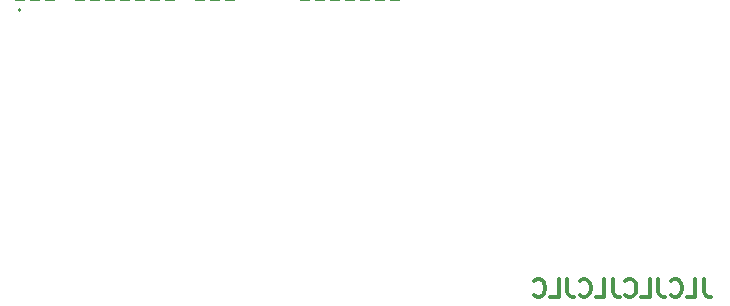
<source format=gbo>
%TF.GenerationSoftware,KiCad,Pcbnew,7.0.8*%
%TF.CreationDate,2023-10-16T22:13:19+02:00*%
%TF.ProjectId,sata_caddy,73617461-5f63-4616-9464-792e6b696361,rev?*%
%TF.SameCoordinates,Original*%
%TF.FileFunction,Legend,Bot*%
%TF.FilePolarity,Positive*%
%FSLAX46Y46*%
G04 Gerber Fmt 4.6, Leading zero omitted, Abs format (unit mm)*
G04 Created by KiCad (PCBNEW 7.0.8) date 2023-10-16 22:13:19*
%MOMM*%
%LPD*%
G01*
G04 APERTURE LIST*
G04 Aperture macros list*
%AMRoundRect*
0 Rectangle with rounded corners*
0 $1 Rounding radius*
0 $2 $3 $4 $5 $6 $7 $8 $9 X,Y pos of 4 corners*
0 Add a 4 corners polygon primitive as box body*
4,1,4,$2,$3,$4,$5,$6,$7,$8,$9,$2,$3,0*
0 Add four circle primitives for the rounded corners*
1,1,$1+$1,$2,$3*
1,1,$1+$1,$4,$5*
1,1,$1+$1,$6,$7*
1,1,$1+$1,$8,$9*
0 Add four rect primitives between the rounded corners*
20,1,$1+$1,$2,$3,$4,$5,0*
20,1,$1+$1,$4,$5,$6,$7,0*
20,1,$1+$1,$6,$7,$8,$9,0*
20,1,$1+$1,$8,$9,$2,$3,0*%
G04 Aperture macros list end*
%ADD10C,0.300000*%
%ADD11C,0.200000*%
%ADD12C,1.400000*%
%ADD13O,1.400000X1.400000*%
%ADD14R,1.700000X1.700000*%
%ADD15O,1.700000X1.700000*%
%ADD16R,1.050000X1.500000*%
%ADD17O,1.050000X1.500000*%
%ADD18R,1.600000X1.600000*%
%ADD19O,1.600000X1.600000*%
%ADD20C,1.152400*%
%ADD21O,1.697400X3.242400*%
%ADD22C,1.630000*%
%ADD23RoundRect,0.076200X-0.450000X-1.200000X0.450000X-1.200000X0.450000X1.200000X-0.450000X1.200000X0*%
G04 APERTURE END LIST*
D10*
X79416917Y-60000828D02*
X79416917Y-61072257D01*
X79416917Y-61072257D02*
X79488346Y-61286542D01*
X79488346Y-61286542D02*
X79631203Y-61429400D01*
X79631203Y-61429400D02*
X79845489Y-61500828D01*
X79845489Y-61500828D02*
X79988346Y-61500828D01*
X77988346Y-61500828D02*
X78702632Y-61500828D01*
X78702632Y-61500828D02*
X78702632Y-60000828D01*
X76631203Y-61357971D02*
X76702631Y-61429400D01*
X76702631Y-61429400D02*
X76916917Y-61500828D01*
X76916917Y-61500828D02*
X77059774Y-61500828D01*
X77059774Y-61500828D02*
X77274060Y-61429400D01*
X77274060Y-61429400D02*
X77416917Y-61286542D01*
X77416917Y-61286542D02*
X77488346Y-61143685D01*
X77488346Y-61143685D02*
X77559774Y-60857971D01*
X77559774Y-60857971D02*
X77559774Y-60643685D01*
X77559774Y-60643685D02*
X77488346Y-60357971D01*
X77488346Y-60357971D02*
X77416917Y-60215114D01*
X77416917Y-60215114D02*
X77274060Y-60072257D01*
X77274060Y-60072257D02*
X77059774Y-60000828D01*
X77059774Y-60000828D02*
X76916917Y-60000828D01*
X76916917Y-60000828D02*
X76702631Y-60072257D01*
X76702631Y-60072257D02*
X76631203Y-60143685D01*
X75559774Y-60000828D02*
X75559774Y-61072257D01*
X75559774Y-61072257D02*
X75631203Y-61286542D01*
X75631203Y-61286542D02*
X75774060Y-61429400D01*
X75774060Y-61429400D02*
X75988346Y-61500828D01*
X75988346Y-61500828D02*
X76131203Y-61500828D01*
X74131203Y-61500828D02*
X74845489Y-61500828D01*
X74845489Y-61500828D02*
X74845489Y-60000828D01*
X72774060Y-61357971D02*
X72845488Y-61429400D01*
X72845488Y-61429400D02*
X73059774Y-61500828D01*
X73059774Y-61500828D02*
X73202631Y-61500828D01*
X73202631Y-61500828D02*
X73416917Y-61429400D01*
X73416917Y-61429400D02*
X73559774Y-61286542D01*
X73559774Y-61286542D02*
X73631203Y-61143685D01*
X73631203Y-61143685D02*
X73702631Y-60857971D01*
X73702631Y-60857971D02*
X73702631Y-60643685D01*
X73702631Y-60643685D02*
X73631203Y-60357971D01*
X73631203Y-60357971D02*
X73559774Y-60215114D01*
X73559774Y-60215114D02*
X73416917Y-60072257D01*
X73416917Y-60072257D02*
X73202631Y-60000828D01*
X73202631Y-60000828D02*
X73059774Y-60000828D01*
X73059774Y-60000828D02*
X72845488Y-60072257D01*
X72845488Y-60072257D02*
X72774060Y-60143685D01*
X71702631Y-60000828D02*
X71702631Y-61072257D01*
X71702631Y-61072257D02*
X71774060Y-61286542D01*
X71774060Y-61286542D02*
X71916917Y-61429400D01*
X71916917Y-61429400D02*
X72131203Y-61500828D01*
X72131203Y-61500828D02*
X72274060Y-61500828D01*
X70274060Y-61500828D02*
X70988346Y-61500828D01*
X70988346Y-61500828D02*
X70988346Y-60000828D01*
X68916917Y-61357971D02*
X68988345Y-61429400D01*
X68988345Y-61429400D02*
X69202631Y-61500828D01*
X69202631Y-61500828D02*
X69345488Y-61500828D01*
X69345488Y-61500828D02*
X69559774Y-61429400D01*
X69559774Y-61429400D02*
X69702631Y-61286542D01*
X69702631Y-61286542D02*
X69774060Y-61143685D01*
X69774060Y-61143685D02*
X69845488Y-60857971D01*
X69845488Y-60857971D02*
X69845488Y-60643685D01*
X69845488Y-60643685D02*
X69774060Y-60357971D01*
X69774060Y-60357971D02*
X69702631Y-60215114D01*
X69702631Y-60215114D02*
X69559774Y-60072257D01*
X69559774Y-60072257D02*
X69345488Y-60000828D01*
X69345488Y-60000828D02*
X69202631Y-60000828D01*
X69202631Y-60000828D02*
X68988345Y-60072257D01*
X68988345Y-60072257D02*
X68916917Y-60143685D01*
X67845488Y-60000828D02*
X67845488Y-61072257D01*
X67845488Y-61072257D02*
X67916917Y-61286542D01*
X67916917Y-61286542D02*
X68059774Y-61429400D01*
X68059774Y-61429400D02*
X68274060Y-61500828D01*
X68274060Y-61500828D02*
X68416917Y-61500828D01*
X66416917Y-61500828D02*
X67131203Y-61500828D01*
X67131203Y-61500828D02*
X67131203Y-60000828D01*
X65059774Y-61357971D02*
X65131202Y-61429400D01*
X65131202Y-61429400D02*
X65345488Y-61500828D01*
X65345488Y-61500828D02*
X65488345Y-61500828D01*
X65488345Y-61500828D02*
X65702631Y-61429400D01*
X65702631Y-61429400D02*
X65845488Y-61286542D01*
X65845488Y-61286542D02*
X65916917Y-61143685D01*
X65916917Y-61143685D02*
X65988345Y-60857971D01*
X65988345Y-60857971D02*
X65988345Y-60643685D01*
X65988345Y-60643685D02*
X65916917Y-60357971D01*
X65916917Y-60357971D02*
X65845488Y-60215114D01*
X65845488Y-60215114D02*
X65702631Y-60072257D01*
X65702631Y-60072257D02*
X65488345Y-60000828D01*
X65488345Y-60000828D02*
X65345488Y-60000828D01*
X65345488Y-60000828D02*
X65131202Y-60072257D01*
X65131202Y-60072257D02*
X65059774Y-60143685D01*
D11*
%TO.C,J2*%
X21590000Y-37200000D02*
G75*
G03*
X21590000Y-37200000I-100000J0D01*
G01*
%TD*%
%LPC*%
D12*
%TO.C,R4*%
X68400000Y-43200000D03*
D13*
X76020000Y-43200000D03*
%TD*%
D14*
%TO.C,J1*%
X82650000Y-51175000D03*
D15*
X85190000Y-51175000D03*
X87730000Y-51175000D03*
X90270000Y-51175000D03*
X92810000Y-51175000D03*
X95350000Y-51175000D03*
%TD*%
D14*
%TO.C,J4*%
X84620000Y-59900000D03*
D15*
X87160000Y-59900000D03*
X89700000Y-59900000D03*
X92240000Y-59900000D03*
X94780000Y-59900000D03*
%TD*%
D12*
%TO.C,R1*%
X62200000Y-39420000D03*
D13*
X62200000Y-31800000D03*
%TD*%
D16*
%TO.C,Q1*%
X62560000Y-43900000D03*
D17*
X63830000Y-43900000D03*
X65100000Y-43900000D03*
%TD*%
D12*
%TO.C,R2*%
X88680000Y-55800000D03*
D13*
X96300000Y-55800000D03*
%TD*%
D12*
%TO.C,R3*%
X77890000Y-55800000D03*
D13*
X85510000Y-55800000D03*
%TD*%
D18*
%TO.C,U1*%
X76000000Y-40100000D03*
D19*
X76000000Y-37560000D03*
X76000000Y-35020000D03*
X76000000Y-32480000D03*
X68380000Y-32480000D03*
X68380000Y-35020000D03*
X68380000Y-37560000D03*
X68380000Y-40100000D03*
%TD*%
D20*
%TO.C,J3*%
X39270000Y-46500000D03*
X38000000Y-46500000D03*
X36730000Y-46500000D03*
X35460000Y-46500000D03*
X34190000Y-46500000D03*
X32920000Y-46500000D03*
X31650000Y-46500000D03*
X30380000Y-46500000D03*
X29110000Y-46500000D03*
X27840000Y-46500000D03*
X26570000Y-46500000D03*
X25300000Y-46500000D03*
X24030000Y-46500000D03*
X22760000Y-46500000D03*
X21490000Y-46500000D03*
X53240000Y-46500000D03*
X51970000Y-46500000D03*
X50700000Y-46500000D03*
X49430000Y-46500000D03*
X48160000Y-46500000D03*
X46890000Y-46500000D03*
X45620000Y-46500000D03*
D21*
X17515000Y-46500000D03*
X43045000Y-46500000D03*
X55615000Y-46500000D03*
%TD*%
D22*
%TO.C,J2*%
X20770000Y-32200000D03*
X53960000Y-32200000D03*
D23*
X39270000Y-35200000D03*
X38000000Y-35200000D03*
X36730000Y-35200000D03*
X35460000Y-34700000D03*
X34190000Y-35200000D03*
X32920000Y-35200000D03*
X31650000Y-35200000D03*
X30380000Y-35200000D03*
X29110000Y-35200000D03*
X27840000Y-35200000D03*
X26570000Y-35200000D03*
X25300000Y-34700000D03*
X24030000Y-35200000D03*
X22760000Y-35200000D03*
X21490000Y-35200000D03*
X53240000Y-35200000D03*
X51970000Y-35200000D03*
X50700000Y-35200000D03*
X49430000Y-35200000D03*
X48160000Y-35200000D03*
X46890000Y-35200000D03*
X45620000Y-35200000D03*
D21*
X18655000Y-32975000D03*
X56075000Y-32975000D03*
%TD*%
%LPD*%
M02*

</source>
